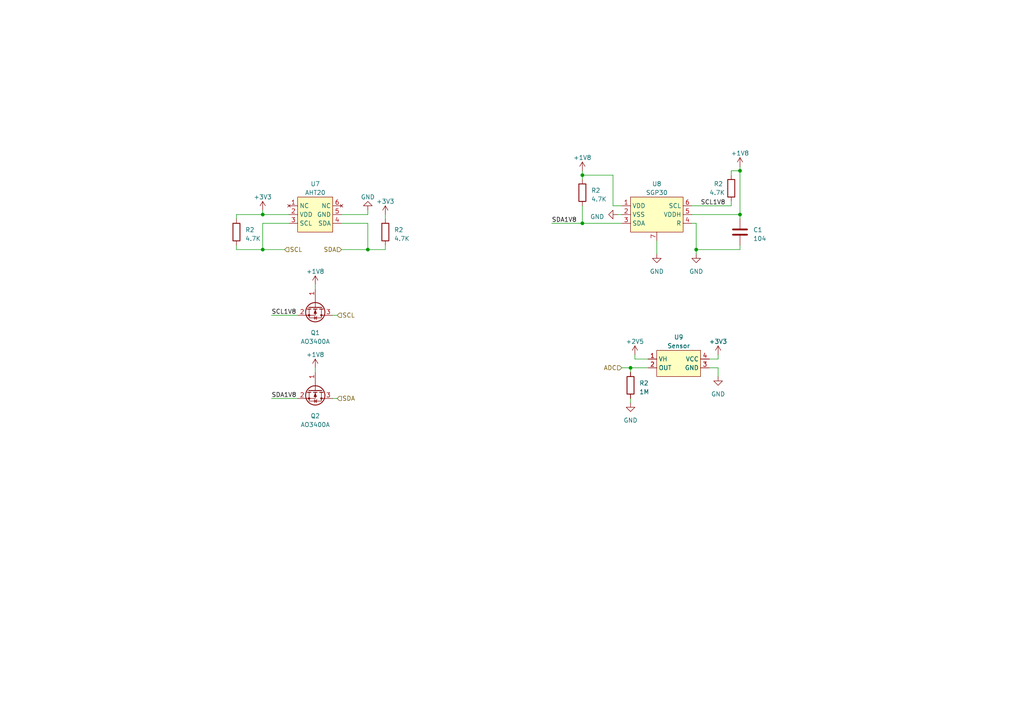
<source format=kicad_sch>
(kicad_sch (version 20230121) (generator eeschema)
  (paper "A4")
  (lib_symbols
    (symbol "Device:C" (pin_numbers hide) (pin_names (offset 0.254))
      (property "Reference" "C" (at 0.635 2.54 0))
      (property "Value" "C" (at 0.635 -2.54 0))
      (symbol "C_0_1"
        (polyline (pts (xy -2.032 -0.762) (xy 2.032 -0.762)) (stroke (width 0.508)))
        (polyline (pts (xy -2.032 0.762) (xy 2.032 0.762)) (stroke (width 0.508)))
      )
      (symbol "C_1_1"
        (pin passive line (at 0 3.81 270) (length 2.794) (name "~") (number "1"))
        (pin passive line (at 0 -3.81 90) (length 2.794) (name "~") (number "2"))
      )
    )
    (symbol "Device:R" (pin_numbers hide) (pin_names (offset 0))
      (property "Reference" "R" (at 2.032 0 90))
      (property "Value" "R" (at 0 0 90))
      (symbol "R_0_1"
        (rectangle (start -1.016 -2.54) (end 1.016 2.54) (stroke (width 0.254)))
      )
      (symbol "R_1_1"
        (pin passive line (at 0 3.81 270) (length 1.27) (name "~") (number "1"))
        (pin passive line (at 0 -3.81 90) (length 1.27) (name "~") (number "2"))
      )
    )
    (symbol "My_Sensor:AHT20"
      (property "Reference" "U" (at -3.81 6.35 0))
      (property "Value" "AHT20" (at 2.54 6.35 0))
      (symbol "AHT20_0_1"
        (rectangle (start -5.08 5.08) (end 5.08 -5.08) (fill (type background)))
      )
      (symbol "AHT20_1_1"
        (pin no_connect line (at -7.62 2.54 0) (length 2.54) (name "NC") (number "1"))
        (pin power_in line (at -7.62 0 0) (length 2.54) (name "VDD") (number "2"))
        (pin bidirectional line (at -7.62 -2.54 0) (length 2.54) (name "SCL") (number "3"))
        (pin bidirectional line (at 7.62 -2.54 180) (length 2.54) (name "SDA") (number "4"))
        (pin power_in line (at 7.62 0 180) (length 2.54) (name "GND") (number "5"))
        (pin no_connect line (at 7.62 2.54 180) (length 2.54) (name "NC") (number "6"))
      )
    )
    (symbol "My_Sensor:MEMS气体传感器_乙醇"
      (property "Reference" "U" (at -5.08 5.08 0))
      (property "Value" "Sensor" (at 2.54 5.08 0))
      (symbol "MEMS气体传感器_乙醇_0_0"
        (pin power_in line (at -8.89 1.27 0) (length 2.54) (name "VH") (number "1"))
        (pin output line (at -8.89 -1.27 0) (length 2.54) (name "OUT") (number "2"))
        (pin power_in line (at 8.89 -1.27 180) (length 2.54) (name "GND") (number "3"))
        (pin power_in line (at 8.89 1.27 180) (length 2.54) (name "VCC") (number "4"))
      )
      (symbol "MEMS气体传感器_乙醇_1_1"
        (rectangle (start -6.35 3.81) (end 6.35 -3.81) (fill (type background)))
      )
    )
    (symbol "My_Sensor:SGP30"
      (property "Reference" "U" (at -6.35 6.35 0))
      (property "Value" "SGP30" (at 5.08 6.35 0))
      (symbol "SGP30_0_1"
        (rectangle (start -7.62 5.08) (end 7.62 -5.08) (fill (type background)))
      )
      (symbol "SGP30_1_1"
        (pin power_in line (at -10.16 2.54 0) (length 2.54) (name "VDD") (number "1"))
        (pin power_in line (at -10.16 0 0) (length 2.54) (name "VSS") (number "2"))
        (pin bidirectional line (at -10.16 -2.54 0) (length 2.54) (name "SDA") (number "3"))
        (pin passive line (at 10.16 -2.54 180) (length 2.54) (name "R") (number "4"))
        (pin power_in line (at 10.16 0 180) (length 2.54) (name "VDDH") (number "5"))
        (pin bidirectional line (at 10.16 2.54 180) (length 2.54) (name "SCL") (number "6"))
        (pin power_in line (at 0 -7.62 90) (length 2.54) (name "") (number "7"))
      )
    )
    (symbol "Transistor_FET:AO3400A" (pin_names hide)
      (property "Reference" "Q" (at 5.08 1.905 0))
      (property "Value" "AO3400A" (at 5.08 0 0))
      (symbol "AO3400A_0_1"
        (polyline (pts (xy 0.254 0) (xy -2.54 0)))
        (polyline (pts (xy 0.254 1.905) (xy 0.254 -1.905)) (stroke (width 0.254)))
        (polyline (pts (xy 0.762 -1.27) (xy 0.762 -2.286)) (stroke (width 0.254)))
        (polyline (pts (xy 0.762 0.508) (xy 0.762 -0.508)) (stroke (width 0.254)))
        (polyline (pts (xy 0.762 2.286) (xy 0.762 1.27)) (stroke (width 0.254)))
        (polyline (pts (xy 2.54 2.54) (xy 2.54 1.778)))
        (polyline (pts (xy 2.54 -2.54) (xy 2.54 0) (xy 0.762 0)))
        (polyline (pts (xy 0.762 -1.778) (xy 3.302 -1.778) (xy 3.302 1.778) (xy 0.762 1.778)))
        (polyline (pts (xy 1.016 0) (xy 2.032 0.381) (xy 2.032 -0.381) (xy 1.016 0)) (fill (type outline)))
        (polyline (pts (xy 2.794 0.508) (xy 2.921 0.381) (xy 3.683 0.381) (xy 3.81 0.254)))
        (polyline (pts (xy 3.302 0.381) (xy 2.921 -0.254) (xy 3.683 -0.254) (xy 3.302 0.381)))
        (circle (center 1.651 0) (radius 2.794) (stroke (width 0.254)))
        (circle (center 2.54 -1.778) (radius 0.254) (fill (type outline)))
        (circle (center 2.54 1.778) (radius 0.254) (fill (type outline)))
      )
      (symbol "AO3400A_1_1"
        (pin input line (at -5.08 0 0) (length 2.54) (name "G") (number "1"))
        (pin passive line (at 2.54 -5.08 90) (length 2.54) (name "S") (number "2"))
        (pin passive line (at 2.54 5.08 270) (length 2.54) (name "D") (number "3"))
      )
    )
    (symbol "power:+1V8" (power) (pin_names (offset 0))
      (property "Value" "+1V8" (at 0 3.556 0))
      (symbol "+1V8_0_1"
        (polyline (pts (xy -0.762 1.27) (xy 0 2.54)))
        (polyline (pts (xy 0 0) (xy 0 2.54)))
        (polyline (pts (xy 0 2.54) (xy 0.762 1.27)))
      )
      (symbol "+1V8_1_1"
        (pin power_in line (at 0 0 90) (length 0) hide (name "+1V8") (number "1"))
      )
    )
    (symbol "power:+2V5" (power) (pin_names (offset 0))
      (property "Value" "+2V5" (at 0 3.556 0))
      (symbol "+2V5_0_1"
        (polyline (pts (xy -0.762 1.27) (xy 0 2.54)))
        (polyline (pts (xy 0 0) (xy 0 2.54)))
        (polyline (pts (xy 0 2.54) (xy 0.762 1.27)))
      )
      (symbol "+2V5_1_1"
        (pin power_in line (at 0 0 90) (length 0) hide (name "+2V5") (number "1"))
      )
    )
    (symbol "power:+3V3" (power) (pin_names (offset 0))
      (property "Value" "+3V3" (at 0 3.556 0))
      (symbol "+3V3_0_1"
        (polyline (pts (xy -0.762 1.27) (xy 0 2.54)))
        (polyline (pts (xy 0 0) (xy 0 2.54)))
        (polyline (pts (xy 0 2.54) (xy 0.762 1.27)))
      )
      (symbol "+3V3_1_1"
        (pin power_in line (at 0 0 90) (length 0) hide (name "+3V3") (number "1"))
      )
    )
    (symbol "power:GND" (power) (pin_names (offset 0))
      (property "Value" "GND" (at 0 -3.81 0))
      (symbol "GND_0_1"
        (polyline (pts (xy 0 0) (xy 0 -1.27) (xy 1.27 -1.27) (xy 0 -2.54) (xy -1.27 -1.27) (xy 0 -1.27)))
      )
      (symbol "GND_1_1"
        (pin power_in line (at 0 0 270) (length 0) hide (name "GND") (number "1"))
      )
    )
  )
  (junction (at 76.2 62.23))
  (junction (at 168.91 50.8))
  (junction (at 201.93 72.39))
  (junction (at 168.91 64.77))
  (junction (at 182.88 106.68))
  (junction (at 214.63 62.23))
  (junction (at 76.2 72.39))
  (junction (at 214.63 49.53))
  (junction (at 106.68 72.39))
  (wire (pts (xy 106.68 60.96) (xy 106.68 62.23)))
  (wire (pts (xy 96.52 115.57) (xy 97.79 115.57)))
  (wire (pts (xy 111.76 62.23) (xy 111.76 63.5)))
  (wire (pts (xy 76.2 72.39) (xy 76.2 64.77)))
  (wire (pts (xy 180.34 59.69) (xy 177.8 59.69)))
  (wire (pts (xy 212.09 49.53) (xy 214.63 49.53)))
  (wire (pts (xy 182.88 115.57) (xy 182.88 116.84)))
  (wire (pts (xy 214.63 62.23) (xy 214.63 63.5)))
  (wire (pts (xy 106.68 72.39) (xy 111.76 72.39)))
  (wire (pts (xy 187.96 104.14) (xy 184.15 104.14)))
  (wire (pts (xy 200.66 62.23) (xy 214.63 62.23)))
  (wire (pts (xy 91.44 106.68) (xy 91.44 107.95)))
  (wire (pts (xy 76.2 72.39) (xy 82.55 72.39)))
  (wire (pts (xy 214.63 49.53) (xy 214.63 62.23)))
  (wire (pts (xy 214.63 72.39) (xy 214.63 71.12)))
  (wire (pts (xy 76.2 64.77) (xy 83.82 64.77)))
  (wire (pts (xy 106.68 64.77) (xy 106.68 72.39)))
  (wire (pts (xy 111.76 71.12) (xy 111.76 72.39)))
  (wire (pts (xy 177.8 59.69) (xy 177.8 50.8)))
  (wire (pts (xy 177.8 50.8) (xy 168.91 50.8)))
  (wire (pts (xy 168.91 49.53) (xy 168.91 50.8)))
  (wire (pts (xy 68.58 62.23) (xy 68.58 63.5)))
  (wire (pts (xy 205.74 106.68) (xy 208.28 106.68)))
  (wire (pts (xy 168.91 50.8) (xy 168.91 52.07)))
  (wire (pts (xy 201.93 72.39) (xy 201.93 73.66)))
  (wire (pts (xy 106.68 72.39) (xy 99.06 72.39)))
  (wire (pts (xy 201.93 72.39) (xy 214.63 72.39)))
  (wire (pts (xy 179.07 62.23) (xy 180.34 62.23)))
  (wire (pts (xy 190.5 69.85) (xy 190.5 73.66)))
  (wire (pts (xy 168.91 64.77) (xy 180.34 64.77)))
  (wire (pts (xy 78.74 91.44) (xy 86.36 91.44)))
  (wire (pts (xy 214.63 48.26) (xy 214.63 49.53)))
  (wire (pts (xy 78.74 115.57) (xy 86.36 115.57)))
  (wire (pts (xy 96.52 91.44) (xy 97.79 91.44)))
  (wire (pts (xy 91.44 82.55) (xy 91.44 83.82)))
  (wire (pts (xy 208.28 106.68) (xy 208.28 109.22)))
  (wire (pts (xy 182.88 106.68) (xy 182.88 107.95)))
  (wire (pts (xy 212.09 58.42) (xy 212.09 59.69)))
  (wire (pts (xy 212.09 59.69) (xy 200.66 59.69)))
  (wire (pts (xy 168.91 59.69) (xy 168.91 64.77)))
  (wire (pts (xy 68.58 72.39) (xy 76.2 72.39)))
  (wire (pts (xy 184.15 104.14) (xy 184.15 102.87)))
  (wire (pts (xy 212.09 49.53) (xy 212.09 50.8)))
  (wire (pts (xy 201.93 64.77) (xy 201.93 72.39)))
  (wire (pts (xy 68.58 71.12) (xy 68.58 72.39)))
  (wire (pts (xy 76.2 62.23) (xy 83.82 62.23)))
  (wire (pts (xy 76.2 62.23) (xy 76.2 60.96)))
  (wire (pts (xy 180.34 106.68) (xy 182.88 106.68)))
  (wire (pts (xy 99.06 64.77) (xy 106.68 64.77)))
  (wire (pts (xy 200.66 64.77) (xy 201.93 64.77)))
  (wire (pts (xy 160.02 64.77) (xy 168.91 64.77)))
  (wire (pts (xy 182.88 106.68) (xy 187.96 106.68)))
  (wire (pts (xy 208.28 104.14) (xy 208.28 102.87)))
  (wire (pts (xy 205.74 104.14) (xy 208.28 104.14)))
  (wire (pts (xy 68.58 62.23) (xy 76.2 62.23)))
  (wire (pts (xy 99.06 62.23) (xy 106.68 62.23)))
  (label "SDA1V8" (at 160.02 64.77 0))
  (label "SDA1V8" (at 78.74 115.57 0))
  (label "SCL1V8" (at 78.74 91.44 0))
  (label "SCL1V8" (at 203.2 59.69 0))
  (hierarchical_label "ADC" (shape input) (at 180.34 106.68 180))
  (hierarchical_label "SDA" (shape input) (at 97.79 115.57 0))
  (hierarchical_label "SCL" (shape input) (at 82.55 72.39 0))
  (hierarchical_label "SDA" (shape input) (at 99.06 72.39 180))
  (hierarchical_label "SCL" (shape input) (at 97.79 91.44 0))
  (symbol (lib_id "Device:R") (at 68.58 67.31 0) (unit 1)
    (property "Reference" "R2" (at 71.12 66.675 0) (effects (justify left)))
    (property "Value" "4.7K" (at 71.12 69.215 0) (effects (justify left)))
    (property "Footprint" "Resistor_SMD:R_0402_1005Metric" (effects hide))
    (instances (project "Warehouse-on-STM32" (path "" (reference "R2") (unit 1)) (path "" (reference "R16") (unit 1))))
  )
  (symbol (lib_id "Device:R") (at 111.76 67.31 0) (unit 1)
    (property "Reference" "R2" (at 114.3 66.675 0) (effects (justify left)))
    (property "Value" "4.7K" (at 114.3 69.215 0) (effects (justify left)))
    (property "Footprint" "Resistor_SMD:R_0402_1005Metric" (effects hide))
    (instances (project "Warehouse-on-STM32" (path "" (reference "R2") (unit 1)) (path "" (reference "R17") (unit 1))))
  )
  (symbol (lib_id "power:GND") (at 201.93 73.66 0) (unit 1)
    (property "Reference" "#PWR04" (effects hide))
    (property "Value" "GND" (at 201.93 78.74 0))
    (instances (project "Warehouse-on-STM32" (path "" (reference "#PWR04") (unit 1)) (path "" (reference "#PWR065") (unit 1))))
  )
  (symbol (lib_id "power:GND") (at 208.28 109.22 0) (unit 1)
    (property "Reference" "#PWR04" (effects hide))
    (property "Value" "GND" (at 208.28 114.3 0))
    (instances (project "Warehouse-on-STM32" (path "" (reference "#PWR04") (unit 1)) (path "" (reference "#PWR067") (unit 1))))
  )
  (symbol (lib_id "Device:R") (at 168.91 55.88 0) (unit 1)
    (property "Reference" "R2" (at 171.45 55.245 0) (effects (justify left)))
    (property "Value" "4.7K" (at 171.45 57.785 0) (effects (justify left)))
    (property "Footprint" "Resistor_SMD:R_0402_1005Metric" (effects hide))
    (instances (project "Warehouse-on-STM32" (path "" (reference "R2") (unit 1)) (path "" (reference "R18") (unit 1))))
  )
  (symbol (lib_id "My_Sensor:MEMS气体传感器_乙醇") (at 196.85 105.41 0) (unit 1)
    (property "Reference" "U9" (at 196.85 97.79 0))
    (property "Value" "Sensor" (at 196.85 100.33 0))
    (property "Footprint" "Sensor:MEMS气体传感器" (effects hide))
  )
  (symbol (lib_id "power:+1V8") (at 91.44 106.68 0) (unit 1)
    (property "Reference" "#PWR057" (effects hide))
    (property "Value" "+1V8" (at 91.44 102.87 0))
  )
  (symbol (lib_id "power:GND") (at 179.07 62.23 270) (unit 1)
    (property "Reference" "#PWR04" (effects hide))
    (property "Value" "GND" (at 175.26 62.865 90) (effects (justify right)))
    (instances (project "Warehouse-on-STM32" (path "" (reference "#PWR04") (unit 1)) (path "" (reference "#PWR061") (unit 1))))
  )
  (symbol (lib_id "Transistor_FET:AO3400A") (at 91.44 113.03 270) (unit 1)
    (property "Reference" "Q2" (at 91.44 120.65 90))
    (property "Value" "AO3400A" (at 91.44 123.19 90))
    (property "Footprint" "Package_TO_SOT_SMD:SOT-23" (effects hide))
    (property "Datasheet" "http://www.aosmd.com/pdfs/datasheet/AO3400A.pdf" (effects hide))
  )
  (symbol (lib_id "Device:C") (at 214.63 67.31 0) (unit 1)
    (property "Reference" "C1" (at 218.44 66.675 0) (effects (justify left)))
    (property "Value" "104" (at 218.44 69.215 0) (effects (justify left)))
    (property "Footprint" "Capacitor_SMD:C_0402_1005Metric" (effects hide))
    (instances (project "Warehouse-on-STM32" (path "" (reference "C1") (unit 1)) (path "" (reference "C30") (unit 1))))
  )
  (symbol (lib_id "Device:R") (at 182.88 111.76 0) (unit 1)
    (property "Reference" "R2" (at 185.42 111.125 0) (effects (justify left)))
    (property "Value" "1M" (at 185.42 113.665 0) (effects (justify left)))
    (property "Footprint" "Resistor_SMD:R_0402_1005Metric" (effects hide))
    (instances (project "Warehouse-on-STM32" (path "" (reference "R2") (unit 1)) (path "" (reference "R19") (unit 1))))
  )
  (symbol (lib_id "power:+1V8") (at 91.44 82.55 0) (unit 1)
    (property "Reference" "#PWR056" (effects hide))
    (property "Value" "+1V8" (at 91.44 78.74 0))
  )
  (symbol (lib_id "power:GND") (at 106.68 60.96 180) (unit 1)
    (property "Reference" "#PWR04" (effects hide))
    (property "Value" "GND" (at 106.68 57.15 0))
    (instances (project "Warehouse-on-STM32" (path "" (reference "#PWR04") (unit 1)) (path "" (reference "#PWR058") (unit 1))))
  )
  (symbol (lib_id "Device:R") (at 212.09 54.61 0) (unit 1)
    (property "Reference" "R2" (at 207.01 53.34 0) (effects (justify left)))
    (property "Value" "4.7K" (at 205.74 55.88 0) (effects (justify left)))
    (property "Footprint" "Resistor_SMD:R_0402_1005Metric" (effects hide))
    (instances (project "Warehouse-on-STM32" (path "" (reference "R2") (unit 1)) (path "" (reference "R20") (unit 1))))
  )
  (symbol (lib_id "power:+1V8") (at 168.91 49.53 0) (unit 1)
    (property "Reference" "#PWR060" (effects hide))
    (property "Value" "+1V8" (at 168.91 45.72 0))
  )
  (symbol (lib_id "power:GND") (at 182.88 116.84 0) (unit 1)
    (property "Reference" "#PWR04" (effects hide))
    (property "Value" "GND" (at 182.88 121.92 0))
    (instances (project "Warehouse-on-STM32" (path "" (reference "#PWR04") (unit 1)) (path "" (reference "#PWR062") (unit 1))))
  )
  (symbol (lib_id "power:+3V3") (at 208.28 102.87 0) (unit 1)
    (property "Reference" "#PWR05" (effects hide))
    (property "Value" "+3V3" (at 208.28 99.06 0))
    (instances (project "Warehouse-on-STM32" (path "" (reference "#PWR05") (unit 1)) (path "" (reference "#PWR066") (unit 1))))
  )
  (symbol (lib_id "power:GND") (at 190.5 73.66 0) (unit 1)
    (property "Reference" "#PWR04" (effects hide))
    (property "Value" "GND" (at 190.5 78.74 0))
    (instances (project "Warehouse-on-STM32" (path "" (reference "#PWR04") (unit 1)) (path "" (reference "#PWR064") (unit 1))))
  )
  (symbol (lib_id "power:+3V3") (at 111.76 62.23 0) (unit 1)
    (property "Reference" "#PWR05" (effects hide))
    (property "Value" "+3V3" (at 111.76 58.42 0))
    (instances (project "Warehouse-on-STM32" (path "" (reference "#PWR05") (unit 1)) (path "" (reference "#PWR059") (unit 1))))
  )
  (symbol (lib_id "My_Sensor:AHT20") (at 91.44 62.23 0) (unit 1)
    (property "Reference" "U7" (at 91.44 53.34 0))
    (property "Value" "AHT20" (at 91.44 55.88 0))
    (property "Footprint" "Sensor:AHT20" (effects hide))
    (property "Datasheet" "http://www.aosong.com/products-61.html" (effects hide))
  )
  (symbol (lib_id "power:+3V3") (at 76.2 60.96 0) (unit 1)
    (property "Reference" "#PWR05" (effects hide))
    (property "Value" "+3V3" (at 76.2 57.15 0))
    (instances (project "Warehouse-on-STM32" (path "" (reference "#PWR05") (unit 1)) (path "" (reference "#PWR055") (unit 1))))
  )
  (symbol (lib_id "Transistor_FET:AO3400A") (at 91.44 88.9 270) (unit 1)
    (property "Reference" "Q1" (at 91.44 96.52 90))
    (property "Value" "AO3400A" (at 91.44 99.06 90))
    (property "Footprint" "Package_TO_SOT_SMD:SOT-23" (effects hide))
    (property "Datasheet" "http://www.aosmd.com/pdfs/datasheet/AO3400A.pdf" (effects hide))
  )
  (symbol (lib_id "My_Sensor:SGP30") (at 190.5 62.23 0) (unit 1)
    (property "Reference" "U8" (at 190.5 53.34 0))
    (property "Value" "SGP30" (at 190.5 55.88 0))
    (property "Footprint" "Sensor:SGP30" (effects hide))
  )
  (symbol (lib_id "power:+2V5") (at 184.15 102.87 0) (unit 1)
    (property "Reference" "#PWR063" (effects hide))
    (property "Value" "+2V5" (at 184.15 99.06 0))
  )
  (symbol (lib_id "power:+1V8") (at 214.63 48.26 0) (unit 1)
    (property "Reference" "#PWR068" (effects hide))
    (property "Value" "+1V8" (at 214.63 44.45 0))
  )
)
</source>
